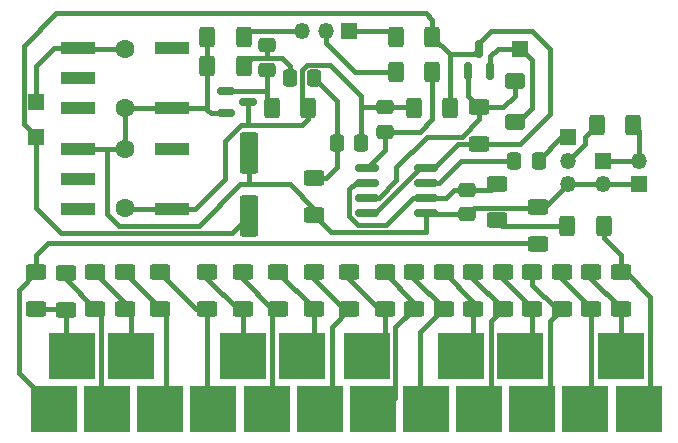
<source format=gbr>
%TF.GenerationSoftware,KiCad,Pcbnew,8.0.0*%
%TF.CreationDate,2024-03-20T16:58:58+01:00*%
%TF.ProjectId,Stylophon_1,5374796c-6f70-4686-9f6e-5f312e6b6963,rev?*%
%TF.SameCoordinates,Original*%
%TF.FileFunction,Copper,L1,Top*%
%TF.FilePolarity,Positive*%
%FSLAX46Y46*%
G04 Gerber Fmt 4.6, Leading zero omitted, Abs format (unit mm)*
G04 Created by KiCad (PCBNEW 8.0.0) date 2024-03-20 16:58:58*
%MOMM*%
%LPD*%
G01*
G04 APERTURE LIST*
G04 Aperture macros list*
%AMRoundRect*
0 Rectangle with rounded corners*
0 $1 Rounding radius*
0 $2 $3 $4 $5 $6 $7 $8 $9 X,Y pos of 4 corners*
0 Add a 4 corners polygon primitive as box body*
4,1,4,$2,$3,$4,$5,$6,$7,$8,$9,$2,$3,0*
0 Add four circle primitives for the rounded corners*
1,1,$1+$1,$2,$3*
1,1,$1+$1,$4,$5*
1,1,$1+$1,$6,$7*
1,1,$1+$1,$8,$9*
0 Add four rect primitives between the rounded corners*
20,1,$1+$1,$2,$3,$4,$5,0*
20,1,$1+$1,$4,$5,$6,$7,0*
20,1,$1+$1,$6,$7,$8,$9,0*
20,1,$1+$1,$8,$9,$2,$3,0*%
G04 Aperture macros list end*
%TA.AperFunction,SMDPad,CuDef*%
%ADD10R,3.000000X1.000000*%
%TD*%
%TA.AperFunction,SMDPad,CuDef*%
%ADD11RoundRect,0.150000X0.150000X-0.587500X0.150000X0.587500X-0.150000X0.587500X-0.150000X-0.587500X0*%
%TD*%
%TA.AperFunction,SMDPad,CuDef*%
%ADD12R,4.000000X4.000000*%
%TD*%
%TA.AperFunction,SMDPad,CuDef*%
%ADD13RoundRect,0.250000X0.550000X-1.500000X0.550000X1.500000X-0.550000X1.500000X-0.550000X-1.500000X0*%
%TD*%
%TA.AperFunction,SMDPad,CuDef*%
%ADD14RoundRect,0.250000X-0.400000X-0.625000X0.400000X-0.625000X0.400000X0.625000X-0.400000X0.625000X0*%
%TD*%
%TA.AperFunction,SMDPad,CuDef*%
%ADD15RoundRect,0.250000X-0.600000X0.400000X-0.600000X-0.400000X0.600000X-0.400000X0.600000X0.400000X0*%
%TD*%
%TA.AperFunction,SMDPad,CuDef*%
%ADD16RoundRect,0.250000X0.625000X-0.400000X0.625000X0.400000X-0.625000X0.400000X-0.625000X-0.400000X0*%
%TD*%
%TA.AperFunction,SMDPad,CuDef*%
%ADD17RoundRect,0.250000X-0.337500X-0.475000X0.337500X-0.475000X0.337500X0.475000X-0.337500X0.475000X0*%
%TD*%
%TA.AperFunction,SMDPad,CuDef*%
%ADD18RoundRect,0.250000X-0.625000X0.400000X-0.625000X-0.400000X0.625000X-0.400000X0.625000X0.400000X0*%
%TD*%
%TA.AperFunction,ComponentPad*%
%ADD19R,1.350000X1.350000*%
%TD*%
%TA.AperFunction,ComponentPad*%
%ADD20O,1.350000X1.350000*%
%TD*%
%TA.AperFunction,SMDPad,CuDef*%
%ADD21RoundRect,0.150000X0.825000X0.150000X-0.825000X0.150000X-0.825000X-0.150000X0.825000X-0.150000X0*%
%TD*%
%TA.AperFunction,SMDPad,CuDef*%
%ADD22RoundRect,0.250000X0.400000X0.625000X-0.400000X0.625000X-0.400000X-0.625000X0.400000X-0.625000X0*%
%TD*%
%TA.AperFunction,SMDPad,CuDef*%
%ADD23RoundRect,0.250000X-0.475000X0.337500X-0.475000X-0.337500X0.475000X-0.337500X0.475000X0.337500X0*%
%TD*%
%TA.AperFunction,SMDPad,CuDef*%
%ADD24RoundRect,0.150000X-0.587500X-0.150000X0.587500X-0.150000X0.587500X0.150000X-0.587500X0.150000X0*%
%TD*%
%TA.AperFunction,SMDPad,CuDef*%
%ADD25RoundRect,0.250000X0.475000X-0.337500X0.475000X0.337500X-0.475000X0.337500X-0.475000X-0.337500X0*%
%TD*%
%TA.AperFunction,ViaPad*%
%ADD26C,1.600000*%
%TD*%
%TA.AperFunction,Conductor*%
%ADD27C,0.400000*%
%TD*%
G04 APERTURE END LIST*
D10*
%TO.P,SW2,1,1*%
%TO.N,Net-(J1-Pin_1)*%
X92000000Y-116460000D03*
%TO.P,SW2,2,2*%
%TO.N,Net-(T1-C)*%
X100000000Y-121540000D03*
%TO.P,SW2,4*%
%TO.N,N/C*%
X92000000Y-121540000D03*
%TO.P,SW2,8*%
X100000000Y-116460000D03*
%TO.P,SW2,C*%
X92000000Y-119000000D03*
%TD*%
D11*
%TO.P,T2,1,B*%
%TO.N,Net-(D1-K)*%
X125050000Y-109937500D03*
%TO.P,T2,2,E*%
%TO.N,Net-(D1-A)*%
X126950000Y-109937500D03*
%TO.P,T2,3,C*%
%TO.N,Net-(J2-Pin_1)*%
X126000000Y-108062500D03*
%TD*%
D12*
%TO.P,TP20,1,1*%
%TO.N,Net-(R20-Pad2)*%
X90000000Y-138500000D03*
%TD*%
%TO.P,TP19,1,1*%
%TO.N,Net-(R19-Pad2)*%
X91500000Y-134000000D03*
%TD*%
%TO.P,TP18,1,1*%
%TO.N,Net-(R18-Pad2)*%
X94500000Y-138500000D03*
%TD*%
%TO.P,TP17,1,1*%
%TO.N,Net-(R17-Pad2)*%
X96500000Y-134000000D03*
%TD*%
%TO.P,TP16,1,1*%
%TO.N,Net-(R16-Pad2)*%
X99000000Y-138500000D03*
%TD*%
%TO.P,TP15,1,1*%
%TO.N,Net-(R15-Pad2)*%
X103500000Y-138500000D03*
%TD*%
%TO.P,TP14,1,1*%
%TO.N,Net-(R14-Pad2)*%
X106000000Y-134000000D03*
%TD*%
%TO.P,TP13,1,1*%
%TO.N,Net-(R13-Pad2)*%
X108000000Y-138500000D03*
%TD*%
%TO.P,TP12,1,1*%
%TO.N,Net-(R12-Pad2)*%
X111000000Y-134000000D03*
%TD*%
%TO.P,TP11,1,1*%
%TO.N,Net-(R11-Pad2)*%
X112500000Y-138500000D03*
%TD*%
%TO.P,TP10,1,1*%
%TO.N,Net-(R10-Pad2)*%
X116500000Y-134000000D03*
%TD*%
%TO.P,TP9,1,1*%
%TO.N,Net-(R10-Pad1)*%
X117000000Y-138500000D03*
%TD*%
%TO.P,TP8,1,1*%
%TO.N,Net-(R8-Pad2)*%
X121500000Y-138500000D03*
%TD*%
%TO.P,TP7,1,1*%
%TO.N,Net-(R7-Pad2)*%
X124500000Y-134000000D03*
%TD*%
%TO.P,TP6,1,1*%
%TO.N,Net-(R6-Pad2)*%
X126000000Y-138500000D03*
%TD*%
%TO.P,TP5,1,1*%
%TO.N,Net-(R5-Pad2)*%
X129500000Y-134000000D03*
%TD*%
%TO.P,TP4,1,1*%
%TO.N,Net-(R4-Pad2)*%
X130500000Y-138500000D03*
%TD*%
%TO.P,TP3,1,1*%
%TO.N,Net-(R3-Pad2)*%
X135000000Y-138500000D03*
%TD*%
%TO.P,TP2,1,1*%
%TO.N,Net-(R2-Pad2)*%
X138000000Y-134000000D03*
%TD*%
%TO.P,TP1,1,1*%
%TO.N,Net-(R1-Pad2)*%
X139500000Y-138500000D03*
%TD*%
D13*
%TO.P,C5,1*%
%TO.N,Net-(J2-Pin_1)*%
X106500000Y-122200000D03*
%TO.P,C5,2*%
%TO.N,Net-(J1-Pin_1)*%
X106500000Y-116800000D03*
%TD*%
D14*
%TO.P,R1,1*%
%TO.N,Net-(R1-Pad1)*%
X133450000Y-123000000D03*
%TO.P,R1,2*%
%TO.N,Net-(R1-Pad2)*%
X136550000Y-123000000D03*
%TD*%
D15*
%TO.P,D1,1,K*%
%TO.N,Net-(D1-K)*%
X129000000Y-110750000D03*
%TO.P,D1,2,A*%
%TO.N,Net-(D1-A)*%
X129000000Y-114250000D03*
%TD*%
D16*
%TO.P,R28,1*%
%TO.N,Net-(R1-Pad1)*%
X127500000Y-122550000D03*
%TO.P,R28,2*%
%TO.N,Net-(U1-THR)*%
X127500000Y-119450000D03*
%TD*%
D17*
%TO.P,C2,1*%
%TO.N,Net-(C2-Pad1)*%
X113962500Y-116000000D03*
%TO.P,C2,2*%
%TO.N,Net-(T1-C)*%
X116037500Y-116000000D03*
%TD*%
D14*
%TO.P,R30,1*%
%TO.N,Net-(R30-Pad1)*%
X135950000Y-114500000D03*
%TO.P,R30,2*%
%TO.N,Net-(J1-Pin_2)*%
X139050000Y-114500000D03*
%TD*%
D18*
%TO.P,R2,1*%
%TO.N,Net-(R1-Pad2)*%
X138000000Y-126950000D03*
%TO.P,R2,2*%
%TO.N,Net-(R2-Pad2)*%
X138000000Y-130050000D03*
%TD*%
%TO.P,R6,1*%
%TO.N,Net-(R5-Pad2)*%
X128000000Y-126950000D03*
%TO.P,R6,2*%
%TO.N,Net-(R6-Pad2)*%
X128000000Y-130050000D03*
%TD*%
D19*
%TO.P,LS1,1,1*%
%TO.N,Net-(J1-Pin_2)*%
X136500000Y-117500000D03*
D20*
%TO.P,LS1,2,2*%
%TO.N,Net-(J1-Pin_1)*%
X136500000Y-119500000D03*
%TD*%
D21*
%TO.P,U1,1,GND*%
%TO.N,Net-(J1-Pin_1)*%
X121475000Y-121905000D03*
%TO.P,U1,2,TR*%
%TO.N,Net-(U1-THR)*%
X121475000Y-120635000D03*
%TO.P,U1,3,Q*%
%TO.N,Net-(U1-Q)*%
X121475000Y-119365000D03*
%TO.P,U1,4,R*%
%TO.N,Net-(J2-Pin_1)*%
X121475000Y-118095000D03*
%TO.P,U1,5,CV*%
%TO.N,Net-(U1-CV)*%
X116525000Y-118095000D03*
%TO.P,U1,6,THR*%
%TO.N,Net-(U1-THR)*%
X116525000Y-119365000D03*
%TO.P,U1,7,DIS*%
%TO.N,Net-(D1-K)*%
X116525000Y-120635000D03*
%TO.P,U1,8,VCC*%
%TO.N,Net-(J2-Pin_1)*%
X116525000Y-121905000D03*
%TD*%
D18*
%TO.P,R8,1*%
%TO.N,Net-(R7-Pad2)*%
X123000000Y-126950000D03*
%TO.P,R8,2*%
%TO.N,Net-(R8-Pad2)*%
X123000000Y-130050000D03*
%TD*%
%TO.P,R14,1*%
%TO.N,Net-(R13-Pad2)*%
X106000000Y-126950000D03*
%TO.P,R14,2*%
%TO.N,Net-(R14-Pad2)*%
X106000000Y-130050000D03*
%TD*%
D19*
%TO.P,J3,1,Pin_1*%
%TO.N,Net-(J3-Pin_1)*%
X88500000Y-112500000D03*
%TD*%
%TO.P,RV2,1,1*%
%TO.N,Net-(C7-Pad2)*%
X133500000Y-115500000D03*
D20*
%TO.P,RV2,2,2*%
%TO.N,Net-(R30-Pad1)*%
X133500000Y-117500000D03*
%TO.P,RV2,3,3*%
%TO.N,Net-(J1-Pin_1)*%
X133500000Y-119500000D03*
%TD*%
D18*
%TO.P,R16,1*%
%TO.N,Net-(R15-Pad2)*%
X99000000Y-126950000D03*
%TO.P,R16,2*%
%TO.N,Net-(R16-Pad2)*%
X99000000Y-130050000D03*
%TD*%
%TO.P,R17,1*%
%TO.N,Net-(R16-Pad2)*%
X96000000Y-126950000D03*
%TO.P,R17,2*%
%TO.N,Net-(R17-Pad2)*%
X96000000Y-130050000D03*
%TD*%
D19*
%TO.P,RV1,1,1*%
%TO.N,Net-(R25-Pad2)*%
X115000000Y-106500000D03*
D20*
%TO.P,RV1,2,2*%
%TO.N,Net-(R27-Pad1)*%
X113000000Y-106500000D03*
%TO.P,RV1,3,3*%
%TO.N,Net-(R26-Pad1)*%
X111000000Y-106500000D03*
%TD*%
D18*
%TO.P,R3,1*%
%TO.N,Net-(R2-Pad2)*%
X135500000Y-126950000D03*
%TO.P,R3,2*%
%TO.N,Net-(R3-Pad2)*%
X135500000Y-130050000D03*
%TD*%
D22*
%TO.P,R21,1*%
%TO.N,Net-(J2-Pin_1)*%
X123550000Y-113000000D03*
%TO.P,R21,2*%
%TO.N,Net-(T1-C)*%
X120450000Y-113000000D03*
%TD*%
D10*
%TO.P,SW1,1,1*%
%TO.N,Net-(J3-Pin_1)*%
X92000000Y-107960000D03*
%TO.P,SW1,2,2*%
%TO.N,Net-(J1-Pin_1)*%
X100000000Y-113040000D03*
%TO.P,SW1,4*%
%TO.N,N/C*%
X92000000Y-113040000D03*
%TO.P,SW1,8*%
X100000000Y-107960000D03*
%TO.P,SW1,C*%
X92000000Y-110500000D03*
%TD*%
D14*
%TO.P,R27,1*%
%TO.N,Net-(R27-Pad1)*%
X118950000Y-110000000D03*
%TO.P,R27,2*%
%TO.N,Net-(U1-CV)*%
X122050000Y-110000000D03*
%TD*%
D18*
%TO.P,R13,1*%
%TO.N,Net-(R12-Pad2)*%
X109000000Y-126950000D03*
%TO.P,R13,2*%
%TO.N,Net-(R13-Pad2)*%
X109000000Y-130050000D03*
%TD*%
D23*
%TO.P,C6,1*%
%TO.N,Net-(U1-THR)*%
X125000000Y-119962500D03*
%TO.P,C6,2*%
%TO.N,Net-(J1-Pin_1)*%
X125000000Y-122037500D03*
%TD*%
D18*
%TO.P,R19,1*%
%TO.N,Net-(R18-Pad2)*%
X91000000Y-127000000D03*
%TO.P,R19,2*%
%TO.N,Net-(R19-Pad2)*%
X91000000Y-130100000D03*
%TD*%
D16*
%TO.P,R31,1*%
%TO.N,Net-(R20-Pad2)*%
X131000000Y-124550000D03*
%TO.P,R31,2*%
%TO.N,Net-(J1-Pin_1)*%
X131000000Y-121450000D03*
%TD*%
D18*
%TO.P,R23,1*%
%TO.N,Net-(C2-Pad1)*%
X112000000Y-118950000D03*
%TO.P,R23,2*%
%TO.N,Net-(J1-Pin_1)*%
X112000000Y-122050000D03*
%TD*%
D22*
%TO.P,R22,1*%
%TO.N,Net-(T1-C)*%
X111550000Y-113000000D03*
%TO.P,R22,2*%
%TO.N,Net-(T1-B)*%
X108450000Y-113000000D03*
%TD*%
D23*
%TO.P,C1,1*%
%TO.N,Net-(T1-C)*%
X118000000Y-112962500D03*
%TO.P,C1,2*%
%TO.N,Net-(U1-CV)*%
X118000000Y-115037500D03*
%TD*%
D19*
%TO.P,J1,1,Pin_1*%
%TO.N,Net-(J1-Pin_1)*%
X139500000Y-119500000D03*
D20*
%TO.P,J1,2,Pin_2*%
%TO.N,Net-(J1-Pin_2)*%
X139500000Y-117500000D03*
%TD*%
D22*
%TO.P,R24,1*%
%TO.N,Net-(C3-Pad1)*%
X106050000Y-109500000D03*
%TO.P,R24,2*%
%TO.N,Net-(J1-Pin_1)*%
X102950000Y-109500000D03*
%TD*%
D18*
%TO.P,R9,1*%
%TO.N,Net-(R8-Pad2)*%
X120500000Y-126950000D03*
%TO.P,R9,2*%
%TO.N,Net-(R10-Pad1)*%
X120500000Y-130050000D03*
%TD*%
D16*
%TO.P,R20,1*%
%TO.N,Net-(R19-Pad2)*%
X88500000Y-130050000D03*
%TO.P,R20,2*%
%TO.N,Net-(R20-Pad2)*%
X88500000Y-126950000D03*
%TD*%
D18*
%TO.P,R12,1*%
%TO.N,Net-(R11-Pad2)*%
X112000000Y-126950000D03*
%TO.P,R12,2*%
%TO.N,Net-(R12-Pad2)*%
X112000000Y-130050000D03*
%TD*%
D17*
%TO.P,C7,1*%
%TO.N,Net-(U1-Q)*%
X128962500Y-117500000D03*
%TO.P,C7,2*%
%TO.N,Net-(C7-Pad2)*%
X131037500Y-117500000D03*
%TD*%
D18*
%TO.P,R5,1*%
%TO.N,Net-(R4-Pad2)*%
X130500000Y-126950000D03*
%TO.P,R5,2*%
%TO.N,Net-(R5-Pad2)*%
X130500000Y-130050000D03*
%TD*%
%TO.P,R7,1*%
%TO.N,Net-(R6-Pad2)*%
X125500000Y-126950000D03*
%TO.P,R7,2*%
%TO.N,Net-(R7-Pad2)*%
X125500000Y-130050000D03*
%TD*%
%TO.P,R11,1*%
%TO.N,Net-(R10-Pad2)*%
X115000000Y-126950000D03*
%TO.P,R11,2*%
%TO.N,Net-(R11-Pad2)*%
X115000000Y-130050000D03*
%TD*%
%TO.P,R10,1*%
%TO.N,Net-(R10-Pad1)*%
X118000000Y-126950000D03*
%TO.P,R10,2*%
%TO.N,Net-(R10-Pad2)*%
X118000000Y-130050000D03*
%TD*%
D24*
%TO.P,T1,1,B*%
%TO.N,Net-(T1-B)*%
X104562500Y-111550000D03*
%TO.P,T1,2,E*%
%TO.N,Net-(J1-Pin_1)*%
X104562500Y-113450000D03*
%TO.P,T1,3,C*%
%TO.N,Net-(T1-C)*%
X106437500Y-112500000D03*
%TD*%
D22*
%TO.P,R25,1*%
%TO.N,Net-(J2-Pin_1)*%
X122050000Y-107000000D03*
%TO.P,R25,2*%
%TO.N,Net-(R25-Pad2)*%
X118950000Y-107000000D03*
%TD*%
D19*
%TO.P,J2,1,Pin_1*%
%TO.N,Net-(J2-Pin_1)*%
X88500000Y-115500000D03*
%TD*%
D18*
%TO.P,R18,1*%
%TO.N,Net-(R17-Pad2)*%
X93500000Y-126950000D03*
%TO.P,R18,2*%
%TO.N,Net-(R18-Pad2)*%
X93500000Y-130050000D03*
%TD*%
D16*
%TO.P,R29,1*%
%TO.N,Net-(J2-Pin_1)*%
X126000000Y-116050000D03*
%TO.P,R29,2*%
%TO.N,Net-(D1-K)*%
X126000000Y-112950000D03*
%TD*%
D22*
%TO.P,R26,1*%
%TO.N,Net-(R26-Pad1)*%
X106050000Y-107000000D03*
%TO.P,R26,2*%
%TO.N,Net-(J1-Pin_1)*%
X102950000Y-107000000D03*
%TD*%
D19*
%TO.P,J4,1,Pin_1*%
%TO.N,Net-(D1-A)*%
X129500000Y-108000000D03*
%TD*%
D17*
%TO.P,C3,1*%
%TO.N,Net-(C3-Pad1)*%
X109962500Y-110500000D03*
%TO.P,C3,2*%
%TO.N,Net-(C2-Pad1)*%
X112037500Y-110500000D03*
%TD*%
D18*
%TO.P,R15,1*%
%TO.N,Net-(R14-Pad2)*%
X103000000Y-126950000D03*
%TO.P,R15,2*%
%TO.N,Net-(R15-Pad2)*%
X103000000Y-130050000D03*
%TD*%
%TO.P,R4,1*%
%TO.N,Net-(R3-Pad2)*%
X133000000Y-126950000D03*
%TO.P,R4,2*%
%TO.N,Net-(R4-Pad2)*%
X133000000Y-130050000D03*
%TD*%
D25*
%TO.P,C4,1*%
%TO.N,Net-(T1-B)*%
X108000000Y-109772244D03*
%TO.P,C4,2*%
%TO.N,Net-(C3-Pad1)*%
X108000000Y-107697244D03*
%TD*%
D26*
%TO.N,Net-(T1-C)*%
X96000000Y-121500000D03*
%TO.N,Net-(J1-Pin_1)*%
X96000000Y-116500000D03*
X96000000Y-113000000D03*
%TO.N,Net-(J3-Pin_1)*%
X96000000Y-108000000D03*
%TD*%
D27*
%TO.N,Net-(J1-Pin_2)*%
X139500000Y-114950000D02*
X139500000Y-117500000D01*
X139050000Y-114500000D02*
X139500000Y-114950000D01*
%TO.N,Net-(R30-Pad1)*%
X134950000Y-115500000D02*
X135950000Y-114500000D01*
X134950000Y-116050000D02*
X134950000Y-115500000D01*
X133500000Y-117500000D02*
X134950000Y-116050000D01*
%TO.N,Net-(J1-Pin_1)*%
X131550000Y-121450000D02*
X131000000Y-121450000D01*
X133500000Y-119500000D02*
X131550000Y-121450000D01*
X133500000Y-119500000D02*
X136500000Y-119500000D01*
%TO.N,Net-(C7-Pad2)*%
X131037500Y-117412500D02*
X131037500Y-117500000D01*
%TO.N,Net-(R30-Pad1)*%
X133500000Y-116984744D02*
X133500000Y-117500000D01*
%TO.N,Net-(C7-Pad2)*%
X132950000Y-115500000D02*
X131037500Y-117412500D01*
X133500000Y-115500000D02*
X132950000Y-115500000D01*
%TO.N,Net-(R15-Pad2)*%
X103000000Y-130050000D02*
X103000000Y-138500000D01*
%TO.N,Net-(R14-Pad2)*%
X105550000Y-130050000D02*
X106000000Y-130050000D01*
X103000000Y-127500000D02*
X105550000Y-130050000D01*
%TO.N,Net-(R15-Pad2)*%
X102050000Y-130050000D02*
X103000000Y-130050000D01*
%TO.N,Net-(R14-Pad2)*%
X103000000Y-126950000D02*
X103000000Y-127500000D01*
%TO.N,Net-(R16-Pad2)*%
X99500000Y-138000000D02*
X99000000Y-138500000D01*
X99500000Y-130550000D02*
X99500000Y-138000000D01*
X96000000Y-127000000D02*
X99000000Y-130000000D01*
X99000000Y-130050000D02*
X99500000Y-130550000D01*
%TO.N,Net-(R15-Pad2)*%
X99000000Y-126950000D02*
X99000000Y-127000000D01*
X99000000Y-127000000D02*
X102050000Y-130050000D01*
%TO.N,Net-(R16-Pad2)*%
X99000000Y-130000000D02*
X99000000Y-130050000D01*
X96000000Y-126950000D02*
X96000000Y-127000000D01*
%TO.N,Net-(R17-Pad2)*%
X96500000Y-130550000D02*
X96500000Y-134000000D01*
X96000000Y-130050000D02*
X96500000Y-130550000D01*
X93500000Y-126950000D02*
X93500000Y-127000000D01*
X93500000Y-127000000D02*
X96000000Y-129500000D01*
X96000000Y-129500000D02*
X96000000Y-130050000D01*
%TO.N,Net-(R18-Pad2)*%
X91000000Y-127550000D02*
X93500000Y-130050000D01*
X91000000Y-127000000D02*
X91000000Y-127550000D01*
%TO.N,Net-(J1-Pin_2)*%
X136500000Y-117500000D02*
X139500000Y-117500000D01*
%TO.N,Net-(J1-Pin_1)*%
X139500000Y-119500000D02*
X136500000Y-119500000D01*
%TO.N,Net-(R1-Pad2)*%
X136550000Y-124050000D02*
X138000000Y-125500000D01*
X136550000Y-123000000D02*
X136550000Y-124050000D01*
%TO.N,Net-(R1-Pad1)*%
X127950000Y-123000000D02*
X133450000Y-123000000D01*
%TO.N,Net-(R1-Pad2)*%
X138000000Y-125500000D02*
X138000000Y-126950000D01*
%TO.N,Net-(R1-Pad1)*%
X127500000Y-122550000D02*
X127950000Y-123000000D01*
%TO.N,Net-(J1-Pin_1)*%
X125537500Y-121500000D02*
X125000000Y-122037500D01*
X130950000Y-121500000D02*
X125537500Y-121500000D01*
%TO.N,Net-(R20-Pad2)*%
X88500000Y-125500000D02*
X88500000Y-126950000D01*
X89500000Y-124500000D02*
X88500000Y-125500000D01*
%TO.N,Net-(J1-Pin_1)*%
X131000000Y-121450000D02*
X130950000Y-121500000D01*
%TO.N,Net-(R20-Pad2)*%
X130950000Y-124500000D02*
X89500000Y-124500000D01*
X131000000Y-124550000D02*
X130950000Y-124500000D01*
%TO.N,Net-(D1-A)*%
X129250000Y-114250000D02*
X129000000Y-114250000D01*
X130500000Y-113000000D02*
X129250000Y-114250000D01*
X130500000Y-109000000D02*
X130500000Y-113000000D01*
X129500000Y-108000000D02*
X130500000Y-109000000D01*
%TO.N,Net-(D1-K)*%
X128050000Y-112950000D02*
X126000000Y-112950000D01*
X129000000Y-112000000D02*
X128050000Y-112950000D01*
X129000000Y-110750000D02*
X129000000Y-112000000D01*
X126000000Y-114000000D02*
X126000000Y-112950000D01*
X124550000Y-115450000D02*
X126000000Y-114000000D01*
X119000000Y-119134999D02*
X119000000Y-118000000D01*
X117499999Y-120635000D02*
X119000000Y-119134999D01*
X116525000Y-120635000D02*
X117499999Y-120635000D01*
X119000000Y-118000000D02*
X121550000Y-115450000D01*
X121550000Y-115450000D02*
X124550000Y-115450000D01*
%TO.N,Net-(U1-CV)*%
X120962500Y-115037500D02*
X118000000Y-115037500D01*
X122050000Y-113950000D02*
X120962500Y-115037500D01*
X122050000Y-110000000D02*
X122050000Y-113950000D01*
%TO.N,Net-(T1-C)*%
X116037500Y-112037500D02*
X116037500Y-116000000D01*
X113375000Y-109375000D02*
X116037500Y-112037500D01*
X111000000Y-109798834D02*
X111423834Y-109375000D01*
X111000000Y-112450000D02*
X111000000Y-109798834D01*
X111423834Y-109375000D02*
X113375000Y-109375000D01*
X111550000Y-113000000D02*
X111000000Y-112450000D01*
%TO.N,Net-(C2-Pad1)*%
X113050000Y-118950000D02*
X112000000Y-118950000D01*
X113962500Y-116000000D02*
X113962500Y-118037500D01*
X113962500Y-118037500D02*
X113050000Y-118950000D01*
%TO.N,Net-(C3-Pad1)*%
X108000000Y-108747244D02*
X108000000Y-107697244D01*
X106050000Y-109500000D02*
X106765256Y-108784744D01*
X106765256Y-108784744D02*
X107962500Y-108784744D01*
X107962500Y-108784744D02*
X108000000Y-108747244D01*
X109962500Y-109462500D02*
X109284744Y-108784744D01*
X109962500Y-110500000D02*
X109962500Y-109462500D01*
X109284744Y-108784744D02*
X108000000Y-108784744D01*
X108000000Y-108784744D02*
X108000000Y-107697244D01*
%TO.N,Net-(T1-B)*%
X108000000Y-112550000D02*
X108450000Y-113000000D01*
X108000000Y-109772244D02*
X108000000Y-112550000D01*
X108000000Y-111450000D02*
X108000000Y-109772244D01*
X104562500Y-111550000D02*
X107900000Y-111550000D01*
X107900000Y-111550000D02*
X108000000Y-111450000D01*
%TO.N,Net-(R12-Pad2)*%
X112000000Y-130050000D02*
X112000000Y-133000000D01*
X112000000Y-133000000D02*
X111000000Y-134000000D01*
%TO.N,Net-(R7-Pad2)*%
X125500000Y-133000000D02*
X124500000Y-134000000D01*
X125500000Y-130050000D02*
X125500000Y-133000000D01*
X125500000Y-129450000D02*
X125500000Y-130050000D01*
X123000000Y-126950000D02*
X125500000Y-129450000D01*
%TO.N,Net-(J1-Pin_1)*%
X96000000Y-113000000D02*
X96000000Y-116500000D01*
X94500000Y-122000000D02*
X94500000Y-116460000D01*
X102250000Y-123000000D02*
X95500000Y-123000000D01*
X105750000Y-119500000D02*
X102250000Y-123000000D01*
X106500000Y-119500000D02*
X105750000Y-119500000D01*
X95500000Y-123000000D02*
X94500000Y-122000000D01*
%TO.N,Net-(T1-C)*%
X106500000Y-114500000D02*
X106437500Y-114437500D01*
X111000000Y-114500000D02*
X106500000Y-114500000D01*
X106437500Y-114437500D02*
X106437500Y-112500000D01*
X111550000Y-113950000D02*
X111000000Y-114500000D01*
X111550000Y-113000000D02*
X111550000Y-113950000D01*
X104500000Y-115823834D02*
X105823834Y-114500000D01*
X105823834Y-114500000D02*
X108000000Y-114500000D01*
X104500000Y-119000000D02*
X104500000Y-115823834D01*
X101960000Y-121540000D02*
X104500000Y-119000000D01*
X100500000Y-121540000D02*
X101960000Y-121540000D01*
%TO.N,Net-(J1-Pin_1)*%
X112000000Y-121550000D02*
X112000000Y-122050000D01*
X109950000Y-119500000D02*
X112000000Y-121550000D01*
X113450000Y-123500000D02*
X112000000Y-122050000D01*
X121475000Y-123500000D02*
X113450000Y-123500000D01*
X121475000Y-121905000D02*
X121475000Y-123500000D01*
X106500000Y-119500000D02*
X109950000Y-119500000D01*
%TO.N,Net-(T1-C)*%
X118000000Y-112962500D02*
X116037500Y-112962500D01*
%TO.N,Net-(C2-Pad1)*%
X114000000Y-112462500D02*
X112037500Y-110500000D01*
X113962500Y-116000000D02*
X114000000Y-115962500D01*
X114000000Y-115962500D02*
X114000000Y-112462500D01*
%TO.N,Net-(J1-Pin_1)*%
X102960000Y-113040000D02*
X103000000Y-113000000D01*
X100000000Y-113040000D02*
X102960000Y-113040000D01*
X103000000Y-113000000D02*
X103000000Y-111000000D01*
%TO.N,Net-(J3-Pin_1)*%
X88500000Y-109500000D02*
X90040000Y-107960000D01*
X90040000Y-107960000D02*
X92000000Y-107960000D01*
X88500000Y-112500000D02*
X88500000Y-109500000D01*
%TO.N,Net-(J2-Pin_1)*%
X88500000Y-121500000D02*
X88500000Y-115500000D01*
X90600000Y-123600000D02*
X88500000Y-121500000D01*
X106500000Y-122200000D02*
X105100000Y-123600000D01*
X105100000Y-123600000D02*
X90600000Y-123600000D01*
X132000000Y-113500000D02*
X129450000Y-116050000D01*
X130500000Y-106500000D02*
X132000000Y-108000000D01*
X129450000Y-116050000D02*
X126000000Y-116050000D01*
X127000000Y-106500000D02*
X130500000Y-106500000D01*
X132000000Y-108000000D02*
X132000000Y-113500000D01*
X126000000Y-107500000D02*
X127000000Y-106500000D01*
X126000000Y-108062500D02*
X126000000Y-107500000D01*
X121500000Y-105000000D02*
X122050000Y-105550000D01*
X90200000Y-105000000D02*
X121500000Y-105000000D01*
X87425000Y-114425000D02*
X87425000Y-107775000D01*
X88500000Y-115500000D02*
X87425000Y-114425000D01*
X87425000Y-107775000D02*
X90200000Y-105000000D01*
X122050000Y-105550000D02*
X122050000Y-107000000D01*
%TO.N,Net-(R26-Pad1)*%
X106550000Y-106500000D02*
X111000000Y-106500000D01*
X106050000Y-107000000D02*
X106550000Y-106500000D01*
%TO.N,Net-(J1-Pin_1)*%
X102950000Y-109500000D02*
X102950000Y-107000000D01*
X102950000Y-109500000D02*
X103000000Y-109550000D01*
X103000000Y-109550000D02*
X103000000Y-111000000D01*
X99960000Y-113000000D02*
X100000000Y-113040000D01*
X96000000Y-113000000D02*
X99960000Y-113000000D01*
%TO.N,Net-(J3-Pin_1)*%
X92040000Y-108000000D02*
X92000000Y-107960000D01*
X96000000Y-108000000D02*
X92040000Y-108000000D01*
%TO.N,Net-(D1-A)*%
X127600000Y-108000000D02*
X129500000Y-108000000D01*
X126950000Y-109937500D02*
X126950000Y-108650000D01*
X126950000Y-108650000D02*
X127600000Y-108000000D01*
%TO.N,Net-(J2-Pin_1)*%
X123550000Y-108500000D02*
X125562500Y-108500000D01*
X125562500Y-108500000D02*
X126000000Y-108062500D01*
X123550000Y-108500000D02*
X122050000Y-107000000D01*
X123550000Y-113000000D02*
X123550000Y-108500000D01*
%TO.N,Net-(D1-K)*%
X125050000Y-112000000D02*
X126000000Y-112950000D01*
X125050000Y-109937500D02*
X125050000Y-112000000D01*
%TO.N,Net-(R25-Pad2)*%
X118450000Y-106500000D02*
X115000000Y-106500000D01*
X118950000Y-107000000D02*
X118450000Y-106500000D01*
%TO.N,Net-(R27-Pad1)*%
X113000000Y-107500000D02*
X113000000Y-106500000D01*
X115500000Y-110000000D02*
X113000000Y-107500000D01*
X118950000Y-110000000D02*
X115500000Y-110000000D01*
%TO.N,Net-(T1-C)*%
X120412500Y-112962500D02*
X118000000Y-112962500D01*
X120450000Y-113000000D02*
X120412500Y-112962500D01*
%TO.N,Net-(U1-CV)*%
X118000000Y-115037500D02*
X118000000Y-116620000D01*
X118000000Y-116620000D02*
X116525000Y-118095000D01*
%TO.N,Net-(J2-Pin_1)*%
X124184744Y-116050000D02*
X126000000Y-116050000D01*
X122139744Y-118095000D02*
X124184744Y-116050000D01*
X121475000Y-118095000D02*
X122139744Y-118095000D01*
%TO.N,Net-(U1-Q)*%
X124500000Y-117500000D02*
X128962500Y-117500000D01*
X121475000Y-119365000D02*
X122635000Y-119365000D01*
X122635000Y-119365000D02*
X124500000Y-117500000D01*
%TO.N,Net-(J1-Pin_1)*%
X95960000Y-116460000D02*
X95000000Y-116460000D01*
X96000000Y-116500000D02*
X95960000Y-116460000D01*
%TO.N,Net-(T1-C)*%
X96040000Y-121540000D02*
X96000000Y-121500000D01*
X100000000Y-121540000D02*
X96040000Y-121540000D01*
%TO.N,Net-(J1-Pin_1)*%
X95920000Y-116420000D02*
X96000000Y-116500000D01*
X95420000Y-116420000D02*
X95920000Y-116420000D01*
X103000000Y-111000000D02*
X103000000Y-113184744D01*
X103000000Y-113184744D02*
X103265256Y-113450000D01*
X103265256Y-113450000D02*
X104562500Y-113450000D01*
%TO.N,Net-(U1-THR)*%
X126987500Y-119962500D02*
X125000000Y-119962500D01*
X127500000Y-119450000D02*
X126987500Y-119962500D01*
%TO.N,Net-(J1-Pin_1)*%
X121570000Y-122000000D02*
X121475000Y-121905000D01*
X124962500Y-122000000D02*
X121570000Y-122000000D01*
X125000000Y-122037500D02*
X124962500Y-122000000D01*
%TO.N,Net-(U1-THR)*%
X123178487Y-120635000D02*
X121475000Y-120635000D01*
X125000000Y-119962500D02*
X123850987Y-119962500D01*
X123850987Y-119962500D02*
X123178487Y-120635000D01*
%TO.N,Net-(J1-Pin_1)*%
X106500000Y-116800000D02*
X106500000Y-119500000D01*
%TO.N,Net-(U1-THR)*%
X115000000Y-119915001D02*
X115550001Y-119365000D01*
X115763026Y-122900000D02*
X115000000Y-122136974D01*
X118100000Y-122900000D02*
X115763026Y-122900000D01*
X120365000Y-120635000D02*
X118100000Y-122900000D01*
X115550001Y-119365000D02*
X116525000Y-119365000D01*
X121475000Y-120635000D02*
X120365000Y-120635000D01*
X115000000Y-122136974D02*
X115000000Y-119915001D01*
%TO.N,Net-(J2-Pin_1)*%
X120988026Y-118095000D02*
X121475000Y-118095000D01*
X117178026Y-121905000D02*
X120988026Y-118095000D01*
X116525000Y-121905000D02*
X117178026Y-121905000D01*
%TO.N,Net-(J1-Pin_1)*%
X95420000Y-116420000D02*
X95380000Y-116460000D01*
X95380000Y-116460000D02*
X92500000Y-116460000D01*
%TO.N,Net-(R20-Pad2)*%
X87000000Y-135500000D02*
X87000000Y-128450000D01*
X90000000Y-138500000D02*
X87000000Y-135500000D01*
X87000000Y-128450000D02*
X88500000Y-126950000D01*
%TO.N,Net-(R19-Pad2)*%
X90950000Y-130050000D02*
X91000000Y-130100000D01*
X88500000Y-130050000D02*
X90950000Y-130050000D01*
%TO.N,Net-(R15-Pad2)*%
X102050000Y-130050000D02*
X103050000Y-130050000D01*
%TO.N,Net-(R1-Pad2)*%
X140500000Y-137500000D02*
X139500000Y-138500000D01*
X140500000Y-129000000D02*
X140500000Y-137500000D01*
X138450000Y-126950000D02*
X140500000Y-129000000D01*
X138000000Y-126950000D02*
X138450000Y-126950000D01*
%TO.N,Net-(R2-Pad2)*%
X138000000Y-130050000D02*
X138000000Y-134000000D01*
%TO.N,Net-(R3-Pad2)*%
X135500000Y-138000000D02*
X135000000Y-138500000D01*
X135500000Y-130050000D02*
X135500000Y-138000000D01*
%TO.N,Net-(R2-Pad2)*%
X138000000Y-130000000D02*
X138000000Y-130050000D01*
X135500000Y-127500000D02*
X138000000Y-130000000D01*
X135500000Y-126950000D02*
X135500000Y-127500000D01*
%TO.N,Net-(R3-Pad2)*%
X133000000Y-126950000D02*
X133000000Y-127500000D01*
X133000000Y-127500000D02*
X135500000Y-130000000D01*
X135500000Y-130000000D02*
X135500000Y-130050000D01*
%TO.N,Net-(R4-Pad2)*%
X132000000Y-131050000D02*
X132000000Y-137000000D01*
X132000000Y-137000000D02*
X130500000Y-138500000D01*
X133000000Y-130050000D02*
X132000000Y-131050000D01*
X132550000Y-130050000D02*
X133000000Y-130050000D01*
X130500000Y-126950000D02*
X130500000Y-128000000D01*
X130500000Y-128000000D02*
X132550000Y-130050000D01*
%TO.N,Net-(R5-Pad2)*%
X130500000Y-130050000D02*
X130500000Y-133000000D01*
X130500000Y-133000000D02*
X129500000Y-134000000D01*
X128000000Y-126950000D02*
X128000000Y-127500000D01*
X130500000Y-130000000D02*
X130500000Y-130050000D01*
X128000000Y-127500000D02*
X130500000Y-130000000D01*
%TO.N,Net-(R6-Pad2)*%
X127000000Y-131050000D02*
X127000000Y-137500000D01*
X127000000Y-137500000D02*
X126000000Y-138500000D01*
X128000000Y-130050000D02*
X127000000Y-131050000D01*
X125500000Y-126950000D02*
X125500000Y-127500000D01*
X128000000Y-130000000D02*
X128000000Y-130050000D01*
X125500000Y-127500000D02*
X128000000Y-130000000D01*
%TO.N,Net-(R8-Pad2)*%
X121000000Y-138000000D02*
X121500000Y-138500000D01*
X121000000Y-132000000D02*
X121000000Y-138000000D01*
X122950000Y-130050000D02*
X121000000Y-132000000D01*
X123000000Y-130050000D02*
X122950000Y-130050000D01*
%TO.N,Net-(R10-Pad1)*%
X118900000Y-137600000D02*
X118000000Y-138500000D01*
X118900000Y-131600000D02*
X118900000Y-137600000D01*
X120450000Y-130050000D02*
X118900000Y-131600000D01*
X120500000Y-130050000D02*
X120450000Y-130050000D01*
%TO.N,Net-(R8-Pad2)*%
X123000000Y-130000000D02*
X123000000Y-130050000D01*
X120500000Y-127500000D02*
X123000000Y-130000000D01*
X120500000Y-126950000D02*
X120500000Y-127500000D01*
%TO.N,Net-(R10-Pad1)*%
X120500000Y-129500000D02*
X120500000Y-130050000D01*
X118000000Y-126950000D02*
X118000000Y-127000000D01*
X118000000Y-127000000D02*
X120500000Y-129500000D01*
%TO.N,Net-(R10-Pad2)*%
X118000000Y-132500000D02*
X116500000Y-134000000D01*
X118000000Y-130050000D02*
X118000000Y-132500000D01*
X115000000Y-127500000D02*
X117550000Y-130050000D01*
X117550000Y-130050000D02*
X118000000Y-130050000D01*
X115000000Y-126950000D02*
X115000000Y-127500000D01*
%TO.N,Net-(R11-Pad2)*%
X113500000Y-138000000D02*
X113000000Y-138500000D01*
X113500000Y-131550000D02*
X113500000Y-138000000D01*
X115000000Y-130050000D02*
X113500000Y-131550000D01*
X112000000Y-126950000D02*
X112000000Y-127500000D01*
X112000000Y-127500000D02*
X114550000Y-130050000D01*
X114550000Y-130050000D02*
X115000000Y-130050000D01*
%TO.N,Net-(R12-Pad2)*%
X109000000Y-126950000D02*
X109000000Y-127000000D01*
X112000000Y-130000000D02*
X112000000Y-130050000D01*
X109000000Y-127000000D02*
X112000000Y-130000000D01*
%TO.N,Net-(R13-Pad2)*%
X108500000Y-130050000D02*
X109000000Y-130050000D01*
X106000000Y-126950000D02*
X106000000Y-127550000D01*
X108500000Y-130550000D02*
X108500000Y-138000000D01*
X109000000Y-130050000D02*
X108500000Y-130550000D01*
X106000000Y-127550000D02*
X108500000Y-130050000D01*
X108500000Y-138000000D02*
X108000000Y-138500000D01*
%TO.N,Net-(R14-Pad2)*%
X106000000Y-130050000D02*
X106000000Y-134000000D01*
%TO.N,Net-(R18-Pad2)*%
X94000000Y-138000000D02*
X94500000Y-138500000D01*
X94000000Y-130550000D02*
X94000000Y-138000000D01*
X93500000Y-130050000D02*
X94000000Y-130550000D01*
%TO.N,Net-(R19-Pad2)*%
X91000000Y-133500000D02*
X90500000Y-134000000D01*
X91000000Y-130100000D02*
X91000000Y-133500000D01*
%TD*%
M02*

</source>
